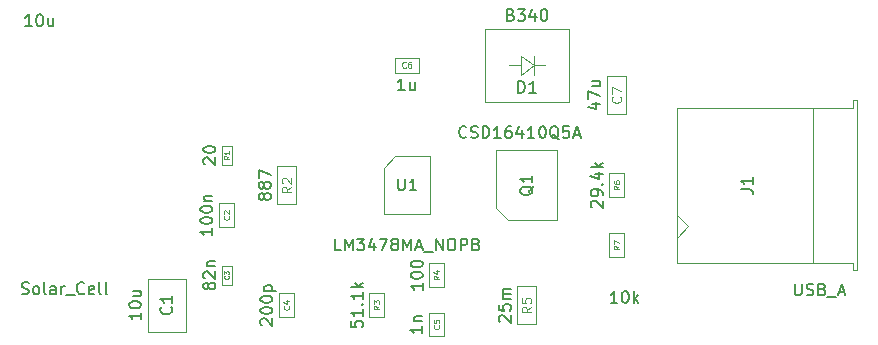
<source format=gbr>
%TF.GenerationSoftware,KiCad,Pcbnew,(6.0.4)*%
%TF.CreationDate,2022-04-27T22:38:45-07:00*%
%TF.ProjectId,SolarChargerV6,536f6c61-7243-4686-9172-67657256362e,rev?*%
%TF.SameCoordinates,Original*%
%TF.FileFunction,AssemblyDrawing,Top*%
%FSLAX46Y46*%
G04 Gerber Fmt 4.6, Leading zero omitted, Abs format (unit mm)*
G04 Created by KiCad (PCBNEW (6.0.4)) date 2022-04-27 22:38:45*
%MOMM*%
%LPD*%
G01*
G04 APERTURE LIST*
%ADD10C,0.150000*%
%ADD11C,0.060000*%
%ADD12C,0.080000*%
%ADD13C,0.120000*%
%ADD14C,0.100000*%
G04 APERTURE END LIST*
D10*
%TO.C,C3*%
X110210952Y-79763809D02*
X110163333Y-79859047D01*
X110115714Y-79906666D01*
X110020476Y-79954285D01*
X109972857Y-79954285D01*
X109877619Y-79906666D01*
X109830000Y-79859047D01*
X109782380Y-79763809D01*
X109782380Y-79573333D01*
X109830000Y-79478095D01*
X109877619Y-79430476D01*
X109972857Y-79382857D01*
X110020476Y-79382857D01*
X110115714Y-79430476D01*
X110163333Y-79478095D01*
X110210952Y-79573333D01*
X110210952Y-79763809D01*
X110258571Y-79859047D01*
X110306190Y-79906666D01*
X110401428Y-79954285D01*
X110591904Y-79954285D01*
X110687142Y-79906666D01*
X110734761Y-79859047D01*
X110782380Y-79763809D01*
X110782380Y-79573333D01*
X110734761Y-79478095D01*
X110687142Y-79430476D01*
X110591904Y-79382857D01*
X110401428Y-79382857D01*
X110306190Y-79430476D01*
X110258571Y-79478095D01*
X110210952Y-79573333D01*
X109877619Y-79001904D02*
X109830000Y-78954285D01*
X109782380Y-78859047D01*
X109782380Y-78620952D01*
X109830000Y-78525714D01*
X109877619Y-78478095D01*
X109972857Y-78430476D01*
X110068095Y-78430476D01*
X110210952Y-78478095D01*
X110782380Y-79049523D01*
X110782380Y-78430476D01*
X110115714Y-78001904D02*
X110782380Y-78001904D01*
X110210952Y-78001904D02*
X110163333Y-77954285D01*
X110115714Y-77859047D01*
X110115714Y-77716190D01*
X110163333Y-77620952D01*
X110258571Y-77573333D01*
X110782380Y-77573333D01*
D11*
X111902857Y-78806666D02*
X111921904Y-78825714D01*
X111940952Y-78882857D01*
X111940952Y-78920952D01*
X111921904Y-78978095D01*
X111883809Y-79016190D01*
X111845714Y-79035238D01*
X111769523Y-79054285D01*
X111712380Y-79054285D01*
X111636190Y-79035238D01*
X111598095Y-79016190D01*
X111560000Y-78978095D01*
X111540952Y-78920952D01*
X111540952Y-78882857D01*
X111560000Y-78825714D01*
X111579047Y-78806666D01*
X111540952Y-78673333D02*
X111540952Y-78425714D01*
X111693333Y-78559047D01*
X111693333Y-78501904D01*
X111712380Y-78463809D01*
X111731428Y-78444761D01*
X111769523Y-78425714D01*
X111864761Y-78425714D01*
X111902857Y-78444761D01*
X111921904Y-78463809D01*
X111940952Y-78501904D01*
X111940952Y-78616190D01*
X111921904Y-78654285D01*
X111902857Y-78673333D01*
D10*
%TO.C,C5*%
X128312380Y-83074166D02*
X128312380Y-83645595D01*
X128312380Y-83359880D02*
X127312380Y-83359880D01*
X127455238Y-83455119D01*
X127550476Y-83550357D01*
X127598095Y-83645595D01*
X127645714Y-82645595D02*
X128312380Y-82645595D01*
X127740952Y-82645595D02*
X127693333Y-82597976D01*
X127645714Y-82502738D01*
X127645714Y-82359880D01*
X127693333Y-82264642D01*
X127788571Y-82217023D01*
X128312380Y-82217023D01*
D12*
X129718571Y-82990833D02*
X129742380Y-83014642D01*
X129766190Y-83086071D01*
X129766190Y-83133690D01*
X129742380Y-83205119D01*
X129694761Y-83252738D01*
X129647142Y-83276547D01*
X129551904Y-83300357D01*
X129480476Y-83300357D01*
X129385238Y-83276547D01*
X129337619Y-83252738D01*
X129290000Y-83205119D01*
X129266190Y-83133690D01*
X129266190Y-83086071D01*
X129290000Y-83014642D01*
X129313809Y-82990833D01*
X129266190Y-82538452D02*
X129266190Y-82776547D01*
X129504285Y-82800357D01*
X129480476Y-82776547D01*
X129456666Y-82728928D01*
X129456666Y-82609880D01*
X129480476Y-82562261D01*
X129504285Y-82538452D01*
X129551904Y-82514642D01*
X129670952Y-82514642D01*
X129718571Y-82538452D01*
X129742380Y-82562261D01*
X129766190Y-82609880D01*
X129766190Y-82728928D01*
X129742380Y-82776547D01*
X129718571Y-82800357D01*
D10*
%TO.C,C4*%
X114707619Y-82970476D02*
X114660000Y-82922857D01*
X114612380Y-82827619D01*
X114612380Y-82589523D01*
X114660000Y-82494285D01*
X114707619Y-82446666D01*
X114802857Y-82399047D01*
X114898095Y-82399047D01*
X115040952Y-82446666D01*
X115612380Y-83018095D01*
X115612380Y-82399047D01*
X114612380Y-81780000D02*
X114612380Y-81684761D01*
X114660000Y-81589523D01*
X114707619Y-81541904D01*
X114802857Y-81494285D01*
X114993333Y-81446666D01*
X115231428Y-81446666D01*
X115421904Y-81494285D01*
X115517142Y-81541904D01*
X115564761Y-81589523D01*
X115612380Y-81684761D01*
X115612380Y-81780000D01*
X115564761Y-81875238D01*
X115517142Y-81922857D01*
X115421904Y-81970476D01*
X115231428Y-82018095D01*
X114993333Y-82018095D01*
X114802857Y-81970476D01*
X114707619Y-81922857D01*
X114660000Y-81875238D01*
X114612380Y-81780000D01*
X114612380Y-80827619D02*
X114612380Y-80732380D01*
X114660000Y-80637142D01*
X114707619Y-80589523D01*
X114802857Y-80541904D01*
X114993333Y-80494285D01*
X115231428Y-80494285D01*
X115421904Y-80541904D01*
X115517142Y-80589523D01*
X115564761Y-80637142D01*
X115612380Y-80732380D01*
X115612380Y-80827619D01*
X115564761Y-80922857D01*
X115517142Y-80970476D01*
X115421904Y-81018095D01*
X115231428Y-81065714D01*
X114993333Y-81065714D01*
X114802857Y-81018095D01*
X114707619Y-80970476D01*
X114660000Y-80922857D01*
X114612380Y-80827619D01*
X114945714Y-80065714D02*
X115945714Y-80065714D01*
X114993333Y-80065714D02*
X114945714Y-79970476D01*
X114945714Y-79780000D01*
X114993333Y-79684761D01*
X115040952Y-79637142D01*
X115136190Y-79589523D01*
X115421904Y-79589523D01*
X115517142Y-79637142D01*
X115564761Y-79684761D01*
X115612380Y-79780000D01*
X115612380Y-79970476D01*
X115564761Y-80065714D01*
D12*
X117018571Y-81363333D02*
X117042380Y-81387142D01*
X117066190Y-81458571D01*
X117066190Y-81506190D01*
X117042380Y-81577619D01*
X116994761Y-81625238D01*
X116947142Y-81649047D01*
X116851904Y-81672857D01*
X116780476Y-81672857D01*
X116685238Y-81649047D01*
X116637619Y-81625238D01*
X116590000Y-81577619D01*
X116566190Y-81506190D01*
X116566190Y-81458571D01*
X116590000Y-81387142D01*
X116613809Y-81363333D01*
X116732857Y-80934761D02*
X117066190Y-80934761D01*
X116542380Y-81053809D02*
X116899523Y-81172857D01*
X116899523Y-80863333D01*
D10*
%TO.C,C2*%
X110532380Y-74779047D02*
X110532380Y-75350476D01*
X110532380Y-75064761D02*
X109532380Y-75064761D01*
X109675238Y-75160000D01*
X109770476Y-75255238D01*
X109818095Y-75350476D01*
X109532380Y-74160000D02*
X109532380Y-74064761D01*
X109580000Y-73969523D01*
X109627619Y-73921904D01*
X109722857Y-73874285D01*
X109913333Y-73826666D01*
X110151428Y-73826666D01*
X110341904Y-73874285D01*
X110437142Y-73921904D01*
X110484761Y-73969523D01*
X110532380Y-74064761D01*
X110532380Y-74160000D01*
X110484761Y-74255238D01*
X110437142Y-74302857D01*
X110341904Y-74350476D01*
X110151428Y-74398095D01*
X109913333Y-74398095D01*
X109722857Y-74350476D01*
X109627619Y-74302857D01*
X109580000Y-74255238D01*
X109532380Y-74160000D01*
X109532380Y-73207619D02*
X109532380Y-73112380D01*
X109580000Y-73017142D01*
X109627619Y-72969523D01*
X109722857Y-72921904D01*
X109913333Y-72874285D01*
X110151428Y-72874285D01*
X110341904Y-72921904D01*
X110437142Y-72969523D01*
X110484761Y-73017142D01*
X110532380Y-73112380D01*
X110532380Y-73207619D01*
X110484761Y-73302857D01*
X110437142Y-73350476D01*
X110341904Y-73398095D01*
X110151428Y-73445714D01*
X109913333Y-73445714D01*
X109722857Y-73398095D01*
X109627619Y-73350476D01*
X109580000Y-73302857D01*
X109532380Y-73207619D01*
X109865714Y-72445714D02*
X110532380Y-72445714D01*
X109960952Y-72445714D02*
X109913333Y-72398095D01*
X109865714Y-72302857D01*
X109865714Y-72160000D01*
X109913333Y-72064761D01*
X110008571Y-72017142D01*
X110532380Y-72017142D01*
D12*
X111938571Y-73743333D02*
X111962380Y-73767142D01*
X111986190Y-73838571D01*
X111986190Y-73886190D01*
X111962380Y-73957619D01*
X111914761Y-74005238D01*
X111867142Y-74029047D01*
X111771904Y-74052857D01*
X111700476Y-74052857D01*
X111605238Y-74029047D01*
X111557619Y-74005238D01*
X111510000Y-73957619D01*
X111486190Y-73886190D01*
X111486190Y-73838571D01*
X111510000Y-73767142D01*
X111533809Y-73743333D01*
X111533809Y-73552857D02*
X111510000Y-73529047D01*
X111486190Y-73481428D01*
X111486190Y-73362380D01*
X111510000Y-73314761D01*
X111533809Y-73290952D01*
X111581428Y-73267142D01*
X111629047Y-73267142D01*
X111700476Y-73290952D01*
X111986190Y-73576666D01*
X111986190Y-73267142D01*
D10*
%TO.C,R6*%
X142677619Y-73000952D02*
X142630000Y-72953333D01*
X142582380Y-72858095D01*
X142582380Y-72620000D01*
X142630000Y-72524761D01*
X142677619Y-72477142D01*
X142772857Y-72429523D01*
X142868095Y-72429523D01*
X143010952Y-72477142D01*
X143582380Y-73048571D01*
X143582380Y-72429523D01*
X143582380Y-71953333D02*
X143582380Y-71762857D01*
X143534761Y-71667619D01*
X143487142Y-71620000D01*
X143344285Y-71524761D01*
X143153809Y-71477142D01*
X142772857Y-71477142D01*
X142677619Y-71524761D01*
X142630000Y-71572380D01*
X142582380Y-71667619D01*
X142582380Y-71858095D01*
X142630000Y-71953333D01*
X142677619Y-72000952D01*
X142772857Y-72048571D01*
X143010952Y-72048571D01*
X143106190Y-72000952D01*
X143153809Y-71953333D01*
X143201428Y-71858095D01*
X143201428Y-71667619D01*
X143153809Y-71572380D01*
X143106190Y-71524761D01*
X143010952Y-71477142D01*
X143487142Y-71048571D02*
X143534761Y-71000952D01*
X143582380Y-71048571D01*
X143534761Y-71096190D01*
X143487142Y-71048571D01*
X143582380Y-71048571D01*
X142915714Y-70143809D02*
X143582380Y-70143809D01*
X142534761Y-70381904D02*
X143249047Y-70620000D01*
X143249047Y-70000952D01*
X143582380Y-69620000D02*
X142582380Y-69620000D01*
X143201428Y-69524761D02*
X143582380Y-69239047D01*
X142915714Y-69239047D02*
X143296666Y-69620000D01*
D12*
X145006190Y-71203333D02*
X144768095Y-71370000D01*
X145006190Y-71489047D02*
X144506190Y-71489047D01*
X144506190Y-71298571D01*
X144530000Y-71250952D01*
X144553809Y-71227142D01*
X144601428Y-71203333D01*
X144672857Y-71203333D01*
X144720476Y-71227142D01*
X144744285Y-71250952D01*
X144768095Y-71298571D01*
X144768095Y-71489047D01*
X144506190Y-70774761D02*
X144506190Y-70870000D01*
X144530000Y-70917619D01*
X144553809Y-70941428D01*
X144625238Y-70989047D01*
X144720476Y-71012857D01*
X144910952Y-71012857D01*
X144958571Y-70989047D01*
X144982380Y-70965238D01*
X145006190Y-70917619D01*
X145006190Y-70822380D01*
X144982380Y-70774761D01*
X144958571Y-70750952D01*
X144910952Y-70727142D01*
X144791904Y-70727142D01*
X144744285Y-70750952D01*
X144720476Y-70774761D01*
X144696666Y-70822380D01*
X144696666Y-70917619D01*
X144720476Y-70965238D01*
X144744285Y-70989047D01*
X144791904Y-71012857D01*
D10*
%TO.C,R4*%
X128342380Y-79406666D02*
X128342380Y-79978095D01*
X128342380Y-79692380D02*
X127342380Y-79692380D01*
X127485238Y-79787619D01*
X127580476Y-79882857D01*
X127628095Y-79978095D01*
X127342380Y-78787619D02*
X127342380Y-78692380D01*
X127390000Y-78597142D01*
X127437619Y-78549523D01*
X127532857Y-78501904D01*
X127723333Y-78454285D01*
X127961428Y-78454285D01*
X128151904Y-78501904D01*
X128247142Y-78549523D01*
X128294761Y-78597142D01*
X128342380Y-78692380D01*
X128342380Y-78787619D01*
X128294761Y-78882857D01*
X128247142Y-78930476D01*
X128151904Y-78978095D01*
X127961428Y-79025714D01*
X127723333Y-79025714D01*
X127532857Y-78978095D01*
X127437619Y-78930476D01*
X127390000Y-78882857D01*
X127342380Y-78787619D01*
X127342380Y-77835238D02*
X127342380Y-77740000D01*
X127390000Y-77644761D01*
X127437619Y-77597142D01*
X127532857Y-77549523D01*
X127723333Y-77501904D01*
X127961428Y-77501904D01*
X128151904Y-77549523D01*
X128247142Y-77597142D01*
X128294761Y-77644761D01*
X128342380Y-77740000D01*
X128342380Y-77835238D01*
X128294761Y-77930476D01*
X128247142Y-77978095D01*
X128151904Y-78025714D01*
X127961428Y-78073333D01*
X127723333Y-78073333D01*
X127532857Y-78025714D01*
X127437619Y-77978095D01*
X127390000Y-77930476D01*
X127342380Y-77835238D01*
D12*
X129766190Y-78823333D02*
X129528095Y-78990000D01*
X129766190Y-79109047D02*
X129266190Y-79109047D01*
X129266190Y-78918571D01*
X129290000Y-78870952D01*
X129313809Y-78847142D01*
X129361428Y-78823333D01*
X129432857Y-78823333D01*
X129480476Y-78847142D01*
X129504285Y-78870952D01*
X129528095Y-78918571D01*
X129528095Y-79109047D01*
X129432857Y-78394761D02*
X129766190Y-78394761D01*
X129242380Y-78513809D02*
X129599523Y-78632857D01*
X129599523Y-78323333D01*
D10*
%TO.C,R3*%
X122262380Y-82637142D02*
X122262380Y-83113333D01*
X122738571Y-83160952D01*
X122690952Y-83113333D01*
X122643333Y-83018095D01*
X122643333Y-82780000D01*
X122690952Y-82684761D01*
X122738571Y-82637142D01*
X122833809Y-82589523D01*
X123071904Y-82589523D01*
X123167142Y-82637142D01*
X123214761Y-82684761D01*
X123262380Y-82780000D01*
X123262380Y-83018095D01*
X123214761Y-83113333D01*
X123167142Y-83160952D01*
X123262380Y-81637142D02*
X123262380Y-82208571D01*
X123262380Y-81922857D02*
X122262380Y-81922857D01*
X122405238Y-82018095D01*
X122500476Y-82113333D01*
X122548095Y-82208571D01*
X123167142Y-81208571D02*
X123214761Y-81160952D01*
X123262380Y-81208571D01*
X123214761Y-81256190D01*
X123167142Y-81208571D01*
X123262380Y-81208571D01*
X123262380Y-80208571D02*
X123262380Y-80780000D01*
X123262380Y-80494285D02*
X122262380Y-80494285D01*
X122405238Y-80589523D01*
X122500476Y-80684761D01*
X122548095Y-80780000D01*
X123262380Y-79780000D02*
X122262380Y-79780000D01*
X122881428Y-79684761D02*
X123262380Y-79399047D01*
X122595714Y-79399047D02*
X122976666Y-79780000D01*
D12*
X124686190Y-81363333D02*
X124448095Y-81530000D01*
X124686190Y-81649047D02*
X124186190Y-81649047D01*
X124186190Y-81458571D01*
X124210000Y-81410952D01*
X124233809Y-81387142D01*
X124281428Y-81363333D01*
X124352857Y-81363333D01*
X124400476Y-81387142D01*
X124424285Y-81410952D01*
X124448095Y-81458571D01*
X124448095Y-81649047D01*
X124186190Y-81196666D02*
X124186190Y-80887142D01*
X124376666Y-81053809D01*
X124376666Y-80982380D01*
X124400476Y-80934761D01*
X124424285Y-80910952D01*
X124471904Y-80887142D01*
X124590952Y-80887142D01*
X124638571Y-80910952D01*
X124662380Y-80934761D01*
X124686190Y-80982380D01*
X124686190Y-81125238D01*
X124662380Y-81172857D01*
X124638571Y-81196666D01*
D10*
%TO.C,SC1*%
X94404761Y-80304761D02*
X94547619Y-80352380D01*
X94785714Y-80352380D01*
X94880952Y-80304761D01*
X94928571Y-80257142D01*
X94976190Y-80161904D01*
X94976190Y-80066666D01*
X94928571Y-79971428D01*
X94880952Y-79923809D01*
X94785714Y-79876190D01*
X94595238Y-79828571D01*
X94500000Y-79780952D01*
X94452380Y-79733333D01*
X94404761Y-79638095D01*
X94404761Y-79542857D01*
X94452380Y-79447619D01*
X94500000Y-79400000D01*
X94595238Y-79352380D01*
X94833333Y-79352380D01*
X94976190Y-79400000D01*
X95547619Y-80352380D02*
X95452380Y-80304761D01*
X95404761Y-80257142D01*
X95357142Y-80161904D01*
X95357142Y-79876190D01*
X95404761Y-79780952D01*
X95452380Y-79733333D01*
X95547619Y-79685714D01*
X95690476Y-79685714D01*
X95785714Y-79733333D01*
X95833333Y-79780952D01*
X95880952Y-79876190D01*
X95880952Y-80161904D01*
X95833333Y-80257142D01*
X95785714Y-80304761D01*
X95690476Y-80352380D01*
X95547619Y-80352380D01*
X96452380Y-80352380D02*
X96357142Y-80304761D01*
X96309523Y-80209523D01*
X96309523Y-79352380D01*
X97261904Y-80352380D02*
X97261904Y-79828571D01*
X97214285Y-79733333D01*
X97119047Y-79685714D01*
X96928571Y-79685714D01*
X96833333Y-79733333D01*
X97261904Y-80304761D02*
X97166666Y-80352380D01*
X96928571Y-80352380D01*
X96833333Y-80304761D01*
X96785714Y-80209523D01*
X96785714Y-80114285D01*
X96833333Y-80019047D01*
X96928571Y-79971428D01*
X97166666Y-79971428D01*
X97261904Y-79923809D01*
X97738095Y-80352380D02*
X97738095Y-79685714D01*
X97738095Y-79876190D02*
X97785714Y-79780952D01*
X97833333Y-79733333D01*
X97928571Y-79685714D01*
X98023809Y-79685714D01*
X98119047Y-80447619D02*
X98880952Y-80447619D01*
X99690476Y-80257142D02*
X99642857Y-80304761D01*
X99500000Y-80352380D01*
X99404761Y-80352380D01*
X99261904Y-80304761D01*
X99166666Y-80209523D01*
X99119047Y-80114285D01*
X99071428Y-79923809D01*
X99071428Y-79780952D01*
X99119047Y-79590476D01*
X99166666Y-79495238D01*
X99261904Y-79400000D01*
X99404761Y-79352380D01*
X99500000Y-79352380D01*
X99642857Y-79400000D01*
X99690476Y-79447619D01*
X100500000Y-80304761D02*
X100404761Y-80352380D01*
X100214285Y-80352380D01*
X100119047Y-80304761D01*
X100071428Y-80209523D01*
X100071428Y-79828571D01*
X100119047Y-79733333D01*
X100214285Y-79685714D01*
X100404761Y-79685714D01*
X100500000Y-79733333D01*
X100547619Y-79828571D01*
X100547619Y-79923809D01*
X100071428Y-80019047D01*
X101119047Y-80352380D02*
X101023809Y-80304761D01*
X100976190Y-80209523D01*
X100976190Y-79352380D01*
X101642857Y-80352380D02*
X101547619Y-80304761D01*
X101500000Y-80209523D01*
X101500000Y-79352380D01*
%TO.C,D1*%
X135802857Y-56688571D02*
X135945714Y-56736190D01*
X135993333Y-56783809D01*
X136040952Y-56879047D01*
X136040952Y-57021904D01*
X135993333Y-57117142D01*
X135945714Y-57164761D01*
X135850476Y-57212380D01*
X135469523Y-57212380D01*
X135469523Y-56212380D01*
X135802857Y-56212380D01*
X135898095Y-56260000D01*
X135945714Y-56307619D01*
X135993333Y-56402857D01*
X135993333Y-56498095D01*
X135945714Y-56593333D01*
X135898095Y-56640952D01*
X135802857Y-56688571D01*
X135469523Y-56688571D01*
X136374285Y-56212380D02*
X136993333Y-56212380D01*
X136660000Y-56593333D01*
X136802857Y-56593333D01*
X136898095Y-56640952D01*
X136945714Y-56688571D01*
X136993333Y-56783809D01*
X136993333Y-57021904D01*
X136945714Y-57117142D01*
X136898095Y-57164761D01*
X136802857Y-57212380D01*
X136517142Y-57212380D01*
X136421904Y-57164761D01*
X136374285Y-57117142D01*
X137850476Y-56545714D02*
X137850476Y-57212380D01*
X137612380Y-56164761D02*
X137374285Y-56879047D01*
X137993333Y-56879047D01*
X138564761Y-56212380D02*
X138660000Y-56212380D01*
X138755238Y-56260000D01*
X138802857Y-56307619D01*
X138850476Y-56402857D01*
X138898095Y-56593333D01*
X138898095Y-56831428D01*
X138850476Y-57021904D01*
X138802857Y-57117142D01*
X138755238Y-57164761D01*
X138660000Y-57212380D01*
X138564761Y-57212380D01*
X138469523Y-57164761D01*
X138421904Y-57117142D01*
X138374285Y-57021904D01*
X138326666Y-56831428D01*
X138326666Y-56593333D01*
X138374285Y-56402857D01*
X138421904Y-56307619D01*
X138469523Y-56260000D01*
X138564761Y-56212380D01*
X136421904Y-63312380D02*
X136421904Y-62312380D01*
X136660000Y-62312380D01*
X136802857Y-62360000D01*
X136898095Y-62455238D01*
X136945714Y-62550476D01*
X136993333Y-62740952D01*
X136993333Y-62883809D01*
X136945714Y-63074285D01*
X136898095Y-63169523D01*
X136802857Y-63264761D01*
X136660000Y-63312380D01*
X136421904Y-63312380D01*
X137945714Y-63312380D02*
X137374285Y-63312380D01*
X137660000Y-63312380D02*
X137660000Y-62312380D01*
X137564761Y-62455238D01*
X137469523Y-62550476D01*
X137374285Y-62598095D01*
%TO.C,U1*%
X121404761Y-76652380D02*
X120928571Y-76652380D01*
X120928571Y-75652380D01*
X121738095Y-76652380D02*
X121738095Y-75652380D01*
X122071428Y-76366666D01*
X122404761Y-75652380D01*
X122404761Y-76652380D01*
X122785714Y-75652380D02*
X123404761Y-75652380D01*
X123071428Y-76033333D01*
X123214285Y-76033333D01*
X123309523Y-76080952D01*
X123357142Y-76128571D01*
X123404761Y-76223809D01*
X123404761Y-76461904D01*
X123357142Y-76557142D01*
X123309523Y-76604761D01*
X123214285Y-76652380D01*
X122928571Y-76652380D01*
X122833333Y-76604761D01*
X122785714Y-76557142D01*
X124261904Y-75985714D02*
X124261904Y-76652380D01*
X124023809Y-75604761D02*
X123785714Y-76319047D01*
X124404761Y-76319047D01*
X124690476Y-75652380D02*
X125357142Y-75652380D01*
X124928571Y-76652380D01*
X125880952Y-76080952D02*
X125785714Y-76033333D01*
X125738095Y-75985714D01*
X125690476Y-75890476D01*
X125690476Y-75842857D01*
X125738095Y-75747619D01*
X125785714Y-75700000D01*
X125880952Y-75652380D01*
X126071428Y-75652380D01*
X126166666Y-75700000D01*
X126214285Y-75747619D01*
X126261904Y-75842857D01*
X126261904Y-75890476D01*
X126214285Y-75985714D01*
X126166666Y-76033333D01*
X126071428Y-76080952D01*
X125880952Y-76080952D01*
X125785714Y-76128571D01*
X125738095Y-76176190D01*
X125690476Y-76271428D01*
X125690476Y-76461904D01*
X125738095Y-76557142D01*
X125785714Y-76604761D01*
X125880952Y-76652380D01*
X126071428Y-76652380D01*
X126166666Y-76604761D01*
X126214285Y-76557142D01*
X126261904Y-76461904D01*
X126261904Y-76271428D01*
X126214285Y-76176190D01*
X126166666Y-76128571D01*
X126071428Y-76080952D01*
X126690476Y-76652380D02*
X126690476Y-75652380D01*
X127023809Y-76366666D01*
X127357142Y-75652380D01*
X127357142Y-76652380D01*
X127785714Y-76366666D02*
X128261904Y-76366666D01*
X127690476Y-76652380D02*
X128023809Y-75652380D01*
X128357142Y-76652380D01*
X128452380Y-76747619D02*
X129214285Y-76747619D01*
X129452380Y-76652380D02*
X129452380Y-75652380D01*
X130023809Y-76652380D01*
X130023809Y-75652380D01*
X130690476Y-75652380D02*
X130880952Y-75652380D01*
X130976190Y-75700000D01*
X131071428Y-75795238D01*
X131119047Y-75985714D01*
X131119047Y-76319047D01*
X131071428Y-76509523D01*
X130976190Y-76604761D01*
X130880952Y-76652380D01*
X130690476Y-76652380D01*
X130595238Y-76604761D01*
X130500000Y-76509523D01*
X130452380Y-76319047D01*
X130452380Y-75985714D01*
X130500000Y-75795238D01*
X130595238Y-75700000D01*
X130690476Y-75652380D01*
X131547619Y-76652380D02*
X131547619Y-75652380D01*
X131928571Y-75652380D01*
X132023809Y-75700000D01*
X132071428Y-75747619D01*
X132119047Y-75842857D01*
X132119047Y-75985714D01*
X132071428Y-76080952D01*
X132023809Y-76128571D01*
X131928571Y-76176190D01*
X131547619Y-76176190D01*
X132880952Y-76128571D02*
X133023809Y-76176190D01*
X133071428Y-76223809D01*
X133119047Y-76319047D01*
X133119047Y-76461904D01*
X133071428Y-76557142D01*
X133023809Y-76604761D01*
X132928571Y-76652380D01*
X132547619Y-76652380D01*
X132547619Y-75652380D01*
X132880952Y-75652380D01*
X132976190Y-75700000D01*
X133023809Y-75747619D01*
X133071428Y-75842857D01*
X133071428Y-75938095D01*
X133023809Y-76033333D01*
X132976190Y-76080952D01*
X132880952Y-76128571D01*
X132547619Y-76128571D01*
X126253333Y-70583333D02*
X126253333Y-71376666D01*
X126300000Y-71470000D01*
X126346666Y-71516666D01*
X126440000Y-71563333D01*
X126626666Y-71563333D01*
X126720000Y-71516666D01*
X126766666Y-71470000D01*
X126813333Y-71376666D01*
X126813333Y-70583333D01*
X127793333Y-71563333D02*
X127233333Y-71563333D01*
X127513333Y-71563333D02*
X127513333Y-70583333D01*
X127420000Y-70723333D01*
X127326666Y-70816666D01*
X127233333Y-70863333D01*
%TO.C,L1*%
X95257142Y-57652380D02*
X94685714Y-57652380D01*
X94971428Y-57652380D02*
X94971428Y-56652380D01*
X94876190Y-56795238D01*
X94780952Y-56890476D01*
X94685714Y-56938095D01*
X95876190Y-56652380D02*
X95971428Y-56652380D01*
X96066666Y-56700000D01*
X96114285Y-56747619D01*
X96161904Y-56842857D01*
X96209523Y-57033333D01*
X96209523Y-57271428D01*
X96161904Y-57461904D01*
X96114285Y-57557142D01*
X96066666Y-57604761D01*
X95971428Y-57652380D01*
X95876190Y-57652380D01*
X95780952Y-57604761D01*
X95733333Y-57557142D01*
X95685714Y-57461904D01*
X95638095Y-57271428D01*
X95638095Y-57033333D01*
X95685714Y-56842857D01*
X95733333Y-56747619D01*
X95780952Y-56700000D01*
X95876190Y-56652380D01*
X97066666Y-56985714D02*
X97066666Y-57652380D01*
X96638095Y-56985714D02*
X96638095Y-57509523D01*
X96685714Y-57604761D01*
X96780952Y-57652380D01*
X96923809Y-57652380D01*
X97019047Y-57604761D01*
X97066666Y-57557142D01*
%TO.C,R2*%
X114900952Y-72167619D02*
X114853333Y-72262857D01*
X114805714Y-72310476D01*
X114710476Y-72358095D01*
X114662857Y-72358095D01*
X114567619Y-72310476D01*
X114520000Y-72262857D01*
X114472380Y-72167619D01*
X114472380Y-71977142D01*
X114520000Y-71881904D01*
X114567619Y-71834285D01*
X114662857Y-71786666D01*
X114710476Y-71786666D01*
X114805714Y-71834285D01*
X114853333Y-71881904D01*
X114900952Y-71977142D01*
X114900952Y-72167619D01*
X114948571Y-72262857D01*
X114996190Y-72310476D01*
X115091428Y-72358095D01*
X115281904Y-72358095D01*
X115377142Y-72310476D01*
X115424761Y-72262857D01*
X115472380Y-72167619D01*
X115472380Y-71977142D01*
X115424761Y-71881904D01*
X115377142Y-71834285D01*
X115281904Y-71786666D01*
X115091428Y-71786666D01*
X114996190Y-71834285D01*
X114948571Y-71881904D01*
X114900952Y-71977142D01*
X114900952Y-71215238D02*
X114853333Y-71310476D01*
X114805714Y-71358095D01*
X114710476Y-71405714D01*
X114662857Y-71405714D01*
X114567619Y-71358095D01*
X114520000Y-71310476D01*
X114472380Y-71215238D01*
X114472380Y-71024761D01*
X114520000Y-70929523D01*
X114567619Y-70881904D01*
X114662857Y-70834285D01*
X114710476Y-70834285D01*
X114805714Y-70881904D01*
X114853333Y-70929523D01*
X114900952Y-71024761D01*
X114900952Y-71215238D01*
X114948571Y-71310476D01*
X114996190Y-71358095D01*
X115091428Y-71405714D01*
X115281904Y-71405714D01*
X115377142Y-71358095D01*
X115424761Y-71310476D01*
X115472380Y-71215238D01*
X115472380Y-71024761D01*
X115424761Y-70929523D01*
X115377142Y-70881904D01*
X115281904Y-70834285D01*
X115091428Y-70834285D01*
X114996190Y-70881904D01*
X114948571Y-70929523D01*
X114900952Y-71024761D01*
X114472380Y-70500952D02*
X114472380Y-69834285D01*
X115472380Y-70262857D01*
D13*
X117201904Y-71253333D02*
X116820952Y-71520000D01*
X117201904Y-71710476D02*
X116401904Y-71710476D01*
X116401904Y-71405714D01*
X116440000Y-71329523D01*
X116478095Y-71291428D01*
X116554285Y-71253333D01*
X116668571Y-71253333D01*
X116744761Y-71291428D01*
X116782857Y-71329523D01*
X116820952Y-71405714D01*
X116820952Y-71710476D01*
X116478095Y-70948571D02*
X116440000Y-70910476D01*
X116401904Y-70834285D01*
X116401904Y-70643809D01*
X116440000Y-70567619D01*
X116478095Y-70529523D01*
X116554285Y-70491428D01*
X116630476Y-70491428D01*
X116744761Y-70529523D01*
X117201904Y-70986666D01*
X117201904Y-70491428D01*
D10*
%TO.C,C6*%
X126833333Y-63092380D02*
X126261904Y-63092380D01*
X126547619Y-63092380D02*
X126547619Y-62092380D01*
X126452380Y-62235238D01*
X126357142Y-62330476D01*
X126261904Y-62378095D01*
X127690476Y-62425714D02*
X127690476Y-63092380D01*
X127261904Y-62425714D02*
X127261904Y-62949523D01*
X127309523Y-63044761D01*
X127404761Y-63092380D01*
X127547619Y-63092380D01*
X127642857Y-63044761D01*
X127690476Y-62997142D01*
D12*
X126916666Y-61138571D02*
X126892857Y-61162380D01*
X126821428Y-61186190D01*
X126773809Y-61186190D01*
X126702380Y-61162380D01*
X126654761Y-61114761D01*
X126630952Y-61067142D01*
X126607142Y-60971904D01*
X126607142Y-60900476D01*
X126630952Y-60805238D01*
X126654761Y-60757619D01*
X126702380Y-60710000D01*
X126773809Y-60686190D01*
X126821428Y-60686190D01*
X126892857Y-60710000D01*
X126916666Y-60733809D01*
X127345238Y-60686190D02*
X127250000Y-60686190D01*
X127202380Y-60710000D01*
X127178571Y-60733809D01*
X127130952Y-60805238D01*
X127107142Y-60900476D01*
X127107142Y-61090952D01*
X127130952Y-61138571D01*
X127154761Y-61162380D01*
X127202380Y-61186190D01*
X127297619Y-61186190D01*
X127345238Y-61162380D01*
X127369047Y-61138571D01*
X127392857Y-61090952D01*
X127392857Y-60971904D01*
X127369047Y-60924285D01*
X127345238Y-60900476D01*
X127297619Y-60876666D01*
X127202380Y-60876666D01*
X127154761Y-60900476D01*
X127130952Y-60924285D01*
X127107142Y-60971904D01*
D10*
%TO.C,R1*%
X109877619Y-69341904D02*
X109830000Y-69294285D01*
X109782380Y-69199047D01*
X109782380Y-68960952D01*
X109830000Y-68865714D01*
X109877619Y-68818095D01*
X109972857Y-68770476D01*
X110068095Y-68770476D01*
X110210952Y-68818095D01*
X110782380Y-69389523D01*
X110782380Y-68770476D01*
X109782380Y-68151428D02*
X109782380Y-68056190D01*
X109830000Y-67960952D01*
X109877619Y-67913333D01*
X109972857Y-67865714D01*
X110163333Y-67818095D01*
X110401428Y-67818095D01*
X110591904Y-67865714D01*
X110687142Y-67913333D01*
X110734761Y-67960952D01*
X110782380Y-68056190D01*
X110782380Y-68151428D01*
X110734761Y-68246666D01*
X110687142Y-68294285D01*
X110591904Y-68341904D01*
X110401428Y-68389523D01*
X110163333Y-68389523D01*
X109972857Y-68341904D01*
X109877619Y-68294285D01*
X109830000Y-68246666D01*
X109782380Y-68151428D01*
D11*
X111940952Y-68646666D02*
X111750476Y-68780000D01*
X111940952Y-68875238D02*
X111540952Y-68875238D01*
X111540952Y-68722857D01*
X111560000Y-68684761D01*
X111579047Y-68665714D01*
X111617142Y-68646666D01*
X111674285Y-68646666D01*
X111712380Y-68665714D01*
X111731428Y-68684761D01*
X111750476Y-68722857D01*
X111750476Y-68875238D01*
X111940952Y-68265714D02*
X111940952Y-68494285D01*
X111940952Y-68380000D02*
X111540952Y-68380000D01*
X111598095Y-68418095D01*
X111636190Y-68456190D01*
X111655238Y-68494285D01*
D10*
%TO.C,C1*%
X104482380Y-81922857D02*
X104482380Y-82494285D01*
X104482380Y-82208571D02*
X103482380Y-82208571D01*
X103625238Y-82303809D01*
X103720476Y-82399047D01*
X103768095Y-82494285D01*
X103482380Y-81303809D02*
X103482380Y-81208571D01*
X103530000Y-81113333D01*
X103577619Y-81065714D01*
X103672857Y-81018095D01*
X103863333Y-80970476D01*
X104101428Y-80970476D01*
X104291904Y-81018095D01*
X104387142Y-81065714D01*
X104434761Y-81113333D01*
X104482380Y-81208571D01*
X104482380Y-81303809D01*
X104434761Y-81399047D01*
X104387142Y-81446666D01*
X104291904Y-81494285D01*
X104101428Y-81541904D01*
X103863333Y-81541904D01*
X103672857Y-81494285D01*
X103577619Y-81446666D01*
X103530000Y-81399047D01*
X103482380Y-81303809D01*
X103815714Y-80113333D02*
X104482380Y-80113333D01*
X103815714Y-80541904D02*
X104339523Y-80541904D01*
X104434761Y-80494285D01*
X104482380Y-80399047D01*
X104482380Y-80256190D01*
X104434761Y-80160952D01*
X104387142Y-80113333D01*
X107037142Y-81446666D02*
X107084761Y-81494285D01*
X107132380Y-81637142D01*
X107132380Y-81732380D01*
X107084761Y-81875238D01*
X106989523Y-81970476D01*
X106894285Y-82018095D01*
X106703809Y-82065714D01*
X106560952Y-82065714D01*
X106370476Y-82018095D01*
X106275238Y-81970476D01*
X106180000Y-81875238D01*
X106132380Y-81732380D01*
X106132380Y-81637142D01*
X106180000Y-81494285D01*
X106227619Y-81446666D01*
X107132380Y-80494285D02*
X107132380Y-81065714D01*
X107132380Y-80780000D02*
X106132380Y-80780000D01*
X106275238Y-80875238D01*
X106370476Y-80970476D01*
X106418095Y-81065714D01*
%TO.C,R7*%
X144819761Y-81097380D02*
X144248333Y-81097380D01*
X144534047Y-81097380D02*
X144534047Y-80097380D01*
X144438809Y-80240238D01*
X144343571Y-80335476D01*
X144248333Y-80383095D01*
X145438809Y-80097380D02*
X145534047Y-80097380D01*
X145629285Y-80145000D01*
X145676904Y-80192619D01*
X145724523Y-80287857D01*
X145772142Y-80478333D01*
X145772142Y-80716428D01*
X145724523Y-80906904D01*
X145676904Y-81002142D01*
X145629285Y-81049761D01*
X145534047Y-81097380D01*
X145438809Y-81097380D01*
X145343571Y-81049761D01*
X145295952Y-81002142D01*
X145248333Y-80906904D01*
X145200714Y-80716428D01*
X145200714Y-80478333D01*
X145248333Y-80287857D01*
X145295952Y-80192619D01*
X145343571Y-80145000D01*
X145438809Y-80097380D01*
X146200714Y-81097380D02*
X146200714Y-80097380D01*
X146295952Y-80716428D02*
X146581666Y-81097380D01*
X146581666Y-80430714D02*
X146200714Y-80811666D01*
D12*
X145006190Y-76283333D02*
X144768095Y-76450000D01*
X145006190Y-76569047D02*
X144506190Y-76569047D01*
X144506190Y-76378571D01*
X144530000Y-76330952D01*
X144553809Y-76307142D01*
X144601428Y-76283333D01*
X144672857Y-76283333D01*
X144720476Y-76307142D01*
X144744285Y-76330952D01*
X144768095Y-76378571D01*
X144768095Y-76569047D01*
X144506190Y-76116666D02*
X144506190Y-75783333D01*
X145006190Y-75997619D01*
D10*
%TO.C,Q1*%
X132048809Y-67032142D02*
X132001190Y-67079761D01*
X131858333Y-67127380D01*
X131763095Y-67127380D01*
X131620238Y-67079761D01*
X131525000Y-66984523D01*
X131477380Y-66889285D01*
X131429761Y-66698809D01*
X131429761Y-66555952D01*
X131477380Y-66365476D01*
X131525000Y-66270238D01*
X131620238Y-66175000D01*
X131763095Y-66127380D01*
X131858333Y-66127380D01*
X132001190Y-66175000D01*
X132048809Y-66222619D01*
X132429761Y-67079761D02*
X132572619Y-67127380D01*
X132810714Y-67127380D01*
X132905952Y-67079761D01*
X132953571Y-67032142D01*
X133001190Y-66936904D01*
X133001190Y-66841666D01*
X132953571Y-66746428D01*
X132905952Y-66698809D01*
X132810714Y-66651190D01*
X132620238Y-66603571D01*
X132525000Y-66555952D01*
X132477380Y-66508333D01*
X132429761Y-66413095D01*
X132429761Y-66317857D01*
X132477380Y-66222619D01*
X132525000Y-66175000D01*
X132620238Y-66127380D01*
X132858333Y-66127380D01*
X133001190Y-66175000D01*
X133429761Y-67127380D02*
X133429761Y-66127380D01*
X133667857Y-66127380D01*
X133810714Y-66175000D01*
X133905952Y-66270238D01*
X133953571Y-66365476D01*
X134001190Y-66555952D01*
X134001190Y-66698809D01*
X133953571Y-66889285D01*
X133905952Y-66984523D01*
X133810714Y-67079761D01*
X133667857Y-67127380D01*
X133429761Y-67127380D01*
X134953571Y-67127380D02*
X134382142Y-67127380D01*
X134667857Y-67127380D02*
X134667857Y-66127380D01*
X134572619Y-66270238D01*
X134477380Y-66365476D01*
X134382142Y-66413095D01*
X135810714Y-66127380D02*
X135620238Y-66127380D01*
X135525000Y-66175000D01*
X135477380Y-66222619D01*
X135382142Y-66365476D01*
X135334523Y-66555952D01*
X135334523Y-66936904D01*
X135382142Y-67032142D01*
X135429761Y-67079761D01*
X135525000Y-67127380D01*
X135715476Y-67127380D01*
X135810714Y-67079761D01*
X135858333Y-67032142D01*
X135905952Y-66936904D01*
X135905952Y-66698809D01*
X135858333Y-66603571D01*
X135810714Y-66555952D01*
X135715476Y-66508333D01*
X135525000Y-66508333D01*
X135429761Y-66555952D01*
X135382142Y-66603571D01*
X135334523Y-66698809D01*
X136763095Y-66460714D02*
X136763095Y-67127380D01*
X136525000Y-66079761D02*
X136286904Y-66794047D01*
X136905952Y-66794047D01*
X137810714Y-67127380D02*
X137239285Y-67127380D01*
X137525000Y-67127380D02*
X137525000Y-66127380D01*
X137429761Y-66270238D01*
X137334523Y-66365476D01*
X137239285Y-66413095D01*
X138429761Y-66127380D02*
X138525000Y-66127380D01*
X138620238Y-66175000D01*
X138667857Y-66222619D01*
X138715476Y-66317857D01*
X138763095Y-66508333D01*
X138763095Y-66746428D01*
X138715476Y-66936904D01*
X138667857Y-67032142D01*
X138620238Y-67079761D01*
X138525000Y-67127380D01*
X138429761Y-67127380D01*
X138334523Y-67079761D01*
X138286904Y-67032142D01*
X138239285Y-66936904D01*
X138191666Y-66746428D01*
X138191666Y-66508333D01*
X138239285Y-66317857D01*
X138286904Y-66222619D01*
X138334523Y-66175000D01*
X138429761Y-66127380D01*
X139858333Y-67222619D02*
X139763095Y-67175000D01*
X139667857Y-67079761D01*
X139525000Y-66936904D01*
X139429761Y-66889285D01*
X139334523Y-66889285D01*
X139382142Y-67127380D02*
X139286904Y-67079761D01*
X139191666Y-66984523D01*
X139144047Y-66794047D01*
X139144047Y-66460714D01*
X139191666Y-66270238D01*
X139286904Y-66175000D01*
X139382142Y-66127380D01*
X139572619Y-66127380D01*
X139667857Y-66175000D01*
X139763095Y-66270238D01*
X139810714Y-66460714D01*
X139810714Y-66794047D01*
X139763095Y-66984523D01*
X139667857Y-67079761D01*
X139572619Y-67127380D01*
X139382142Y-67127380D01*
X140715476Y-66127380D02*
X140239285Y-66127380D01*
X140191666Y-66603571D01*
X140239285Y-66555952D01*
X140334523Y-66508333D01*
X140572619Y-66508333D01*
X140667857Y-66555952D01*
X140715476Y-66603571D01*
X140763095Y-66698809D01*
X140763095Y-66936904D01*
X140715476Y-67032142D01*
X140667857Y-67079761D01*
X140572619Y-67127380D01*
X140334523Y-67127380D01*
X140239285Y-67079761D01*
X140191666Y-67032142D01*
X141144047Y-66841666D02*
X141620238Y-66841666D01*
X141048809Y-67127380D02*
X141382142Y-66127380D01*
X141715476Y-67127380D01*
X137707619Y-71215238D02*
X137660000Y-71310476D01*
X137564761Y-71405714D01*
X137421904Y-71548571D01*
X137374285Y-71643809D01*
X137374285Y-71739047D01*
X137612380Y-71691428D02*
X137564761Y-71786666D01*
X137469523Y-71881904D01*
X137279047Y-71929523D01*
X136945714Y-71929523D01*
X136755238Y-71881904D01*
X136660000Y-71786666D01*
X136612380Y-71691428D01*
X136612380Y-71500952D01*
X136660000Y-71405714D01*
X136755238Y-71310476D01*
X136945714Y-71262857D01*
X137279047Y-71262857D01*
X137469523Y-71310476D01*
X137564761Y-71405714D01*
X137612380Y-71500952D01*
X137612380Y-71691428D01*
X137612380Y-70310476D02*
X137612380Y-70881904D01*
X137612380Y-70596190D02*
X136612380Y-70596190D01*
X136755238Y-70691428D01*
X136850476Y-70786666D01*
X136898095Y-70881904D01*
%TO.C,J1*%
X159853571Y-79462380D02*
X159853571Y-80271904D01*
X159901190Y-80367142D01*
X159948809Y-80414761D01*
X160044047Y-80462380D01*
X160234523Y-80462380D01*
X160329761Y-80414761D01*
X160377380Y-80367142D01*
X160425000Y-80271904D01*
X160425000Y-79462380D01*
X160853571Y-80414761D02*
X160996428Y-80462380D01*
X161234523Y-80462380D01*
X161329761Y-80414761D01*
X161377380Y-80367142D01*
X161425000Y-80271904D01*
X161425000Y-80176666D01*
X161377380Y-80081428D01*
X161329761Y-80033809D01*
X161234523Y-79986190D01*
X161044047Y-79938571D01*
X160948809Y-79890952D01*
X160901190Y-79843333D01*
X160853571Y-79748095D01*
X160853571Y-79652857D01*
X160901190Y-79557619D01*
X160948809Y-79510000D01*
X161044047Y-79462380D01*
X161282142Y-79462380D01*
X161425000Y-79510000D01*
X162186904Y-79938571D02*
X162329761Y-79986190D01*
X162377380Y-80033809D01*
X162425000Y-80129047D01*
X162425000Y-80271904D01*
X162377380Y-80367142D01*
X162329761Y-80414761D01*
X162234523Y-80462380D01*
X161853571Y-80462380D01*
X161853571Y-79462380D01*
X162186904Y-79462380D01*
X162282142Y-79510000D01*
X162329761Y-79557619D01*
X162377380Y-79652857D01*
X162377380Y-79748095D01*
X162329761Y-79843333D01*
X162282142Y-79890952D01*
X162186904Y-79938571D01*
X161853571Y-79938571D01*
X162615476Y-80557619D02*
X163377380Y-80557619D01*
X163567857Y-80176666D02*
X164044047Y-80176666D01*
X163472619Y-80462380D02*
X163805952Y-79462380D01*
X164139285Y-80462380D01*
X155272380Y-71453333D02*
X155986666Y-71453333D01*
X156129523Y-71500952D01*
X156224761Y-71596190D01*
X156272380Y-71739047D01*
X156272380Y-71834285D01*
X156272380Y-70453333D02*
X156272380Y-71024761D01*
X156272380Y-70739047D02*
X155272380Y-70739047D01*
X155415238Y-70834285D01*
X155510476Y-70929523D01*
X155558095Y-71024761D01*
%TO.C,C7*%
X142715714Y-64238095D02*
X143382380Y-64238095D01*
X142334761Y-64476190D02*
X143049047Y-64714285D01*
X143049047Y-64095238D01*
X142382380Y-63809523D02*
X142382380Y-63142857D01*
X143382380Y-63571428D01*
X142715714Y-62333333D02*
X143382380Y-62333333D01*
X142715714Y-62761904D02*
X143239523Y-62761904D01*
X143334761Y-62714285D01*
X143382380Y-62619047D01*
X143382380Y-62476190D01*
X143334761Y-62380952D01*
X143287142Y-62333333D01*
D13*
X145065714Y-63633333D02*
X145103809Y-63671428D01*
X145141904Y-63785714D01*
X145141904Y-63861904D01*
X145103809Y-63976190D01*
X145027619Y-64052380D01*
X144951428Y-64090476D01*
X144799047Y-64128571D01*
X144684761Y-64128571D01*
X144532380Y-64090476D01*
X144456190Y-64052380D01*
X144380000Y-63976190D01*
X144341904Y-63861904D01*
X144341904Y-63785714D01*
X144380000Y-63671428D01*
X144418095Y-63633333D01*
X144341904Y-63366666D02*
X144341904Y-62833333D01*
X145141904Y-63176190D01*
D10*
%TO.C,R5*%
X134887619Y-82708571D02*
X134840000Y-82660952D01*
X134792380Y-82565714D01*
X134792380Y-82327619D01*
X134840000Y-82232380D01*
X134887619Y-82184761D01*
X134982857Y-82137142D01*
X135078095Y-82137142D01*
X135220952Y-82184761D01*
X135792380Y-82756190D01*
X135792380Y-82137142D01*
X134792380Y-81232380D02*
X134792380Y-81708571D01*
X135268571Y-81756190D01*
X135220952Y-81708571D01*
X135173333Y-81613333D01*
X135173333Y-81375238D01*
X135220952Y-81280000D01*
X135268571Y-81232380D01*
X135363809Y-81184761D01*
X135601904Y-81184761D01*
X135697142Y-81232380D01*
X135744761Y-81280000D01*
X135792380Y-81375238D01*
X135792380Y-81613333D01*
X135744761Y-81708571D01*
X135697142Y-81756190D01*
X135792380Y-80756190D02*
X135125714Y-80756190D01*
X135220952Y-80756190D02*
X135173333Y-80708571D01*
X135125714Y-80613333D01*
X135125714Y-80470476D01*
X135173333Y-80375238D01*
X135268571Y-80327619D01*
X135792380Y-80327619D01*
X135268571Y-80327619D02*
X135173333Y-80280000D01*
X135125714Y-80184761D01*
X135125714Y-80041904D01*
X135173333Y-79946666D01*
X135268571Y-79899047D01*
X135792380Y-79899047D01*
D13*
X137521904Y-81413333D02*
X137140952Y-81680000D01*
X137521904Y-81870476D02*
X136721904Y-81870476D01*
X136721904Y-81565714D01*
X136760000Y-81489523D01*
X136798095Y-81451428D01*
X136874285Y-81413333D01*
X136988571Y-81413333D01*
X137064761Y-81451428D01*
X137102857Y-81489523D01*
X137140952Y-81565714D01*
X137140952Y-81870476D01*
X136721904Y-80689523D02*
X136721904Y-81070476D01*
X137102857Y-81108571D01*
X137064761Y-81070476D01*
X137026666Y-80994285D01*
X137026666Y-80803809D01*
X137064761Y-80727619D01*
X137102857Y-80689523D01*
X137179047Y-80651428D01*
X137369523Y-80651428D01*
X137445714Y-80689523D01*
X137483809Y-80727619D01*
X137521904Y-80803809D01*
X137521904Y-80994285D01*
X137483809Y-81070476D01*
X137445714Y-81108571D01*
D14*
%TO.C,C3*%
X112160000Y-77940000D02*
X112160000Y-79540000D01*
X112160000Y-79540000D02*
X111360000Y-79540000D01*
X111360000Y-79540000D02*
X111360000Y-77940000D01*
X111360000Y-77940000D02*
X112160000Y-77940000D01*
%TO.C,C5*%
X130165000Y-81907500D02*
X130165000Y-83907500D01*
X128915000Y-81907500D02*
X130165000Y-81907500D01*
X128915000Y-83907500D02*
X128915000Y-81907500D01*
X130165000Y-83907500D02*
X128915000Y-83907500D01*
%TO.C,C4*%
X117465000Y-80280000D02*
X117465000Y-82280000D01*
X116215000Y-80280000D02*
X117465000Y-80280000D01*
X116215000Y-82280000D02*
X116215000Y-80280000D01*
X117465000Y-82280000D02*
X116215000Y-82280000D01*
%TO.C,C2*%
X112385000Y-72660000D02*
X112385000Y-74660000D01*
X111135000Y-72660000D02*
X112385000Y-72660000D01*
X111135000Y-74660000D02*
X111135000Y-72660000D01*
X112385000Y-74660000D02*
X111135000Y-74660000D01*
%TO.C,R6*%
X144155000Y-70120000D02*
X145405000Y-70120000D01*
X144155000Y-72120000D02*
X144155000Y-70120000D01*
X145405000Y-72120000D02*
X144155000Y-72120000D01*
X145405000Y-70120000D02*
X145405000Y-72120000D01*
%TO.C,R4*%
X128915000Y-77740000D02*
X130165000Y-77740000D01*
X128915000Y-79740000D02*
X128915000Y-77740000D01*
X130165000Y-79740000D02*
X128915000Y-79740000D01*
X130165000Y-77740000D02*
X130165000Y-79740000D01*
%TO.C,R3*%
X123835000Y-80280000D02*
X125085000Y-80280000D01*
X123835000Y-82280000D02*
X123835000Y-80280000D01*
X125085000Y-82280000D02*
X123835000Y-82280000D01*
X125085000Y-80280000D02*
X125085000Y-82280000D01*
%TO.C,D1*%
X136658820Y-60209680D02*
X136658820Y-61759080D01*
X133610000Y-64060000D02*
X140710000Y-64060000D01*
X137809440Y-60958980D02*
X138711140Y-60958980D01*
X137809440Y-61759080D02*
X137809440Y-60158880D01*
X136658820Y-60958980D02*
X135660600Y-60958980D01*
X137809440Y-60958980D02*
X136658820Y-61759080D01*
X137809440Y-60958980D02*
X136658820Y-60209680D01*
X133610000Y-64060000D02*
X133610000Y-57860000D01*
X133610000Y-57860000D02*
X140710000Y-57860000D01*
X140710000Y-57860000D02*
X140710000Y-64060000D01*
%TO.C,U1*%
X125050000Y-69645000D02*
X126025000Y-68670000D01*
X128950000Y-68670000D02*
X128950000Y-73570000D01*
X125050000Y-73570000D02*
X125050000Y-69645000D01*
X128950000Y-73570000D02*
X125050000Y-73570000D01*
X126025000Y-68670000D02*
X128950000Y-68670000D01*
%TO.C,R2*%
X116040000Y-69520000D02*
X117640000Y-69520000D01*
X117640000Y-69520000D02*
X117640000Y-72720000D01*
X117640000Y-72720000D02*
X116040000Y-72720000D01*
X116040000Y-72720000D02*
X116040000Y-69520000D01*
%TO.C,C6*%
X126000000Y-60335000D02*
X128000000Y-60335000D01*
X128000000Y-60335000D02*
X128000000Y-61585000D01*
X126000000Y-61585000D02*
X126000000Y-60335000D01*
X128000000Y-61585000D02*
X126000000Y-61585000D01*
%TO.C,R1*%
X111347500Y-69380000D02*
X111347500Y-67780000D01*
X112172500Y-69380000D02*
X111347500Y-69380000D01*
X112172500Y-67780000D02*
X112172500Y-69380000D01*
X111347500Y-67780000D02*
X112172500Y-67780000D01*
%TO.C,C1*%
X105080000Y-79030000D02*
X108280000Y-79030000D01*
X105080000Y-83530000D02*
X105080000Y-79030000D01*
X108280000Y-79030000D02*
X108280000Y-83530000D01*
X108280000Y-83530000D02*
X105080000Y-83530000D01*
%TO.C,R7*%
X145405000Y-77200000D02*
X144155000Y-77200000D01*
X145405000Y-75200000D02*
X145405000Y-77200000D01*
X144155000Y-75200000D02*
X145405000Y-75200000D01*
X144155000Y-77200000D02*
X144155000Y-75200000D01*
%TO.C,Q1*%
X134585000Y-68170000D02*
X139735000Y-68170000D01*
X134585000Y-73070000D02*
X134585000Y-68170000D01*
X139735000Y-68170000D02*
X139735000Y-74070000D01*
X134585000Y-73070000D02*
X135585000Y-74070000D01*
X139735000Y-74070000D02*
X135585000Y-74070000D01*
%TO.C,J1*%
X165110000Y-78320000D02*
X165110000Y-63920000D01*
X164810000Y-77670000D02*
X149850000Y-77670000D01*
X149850000Y-64570000D02*
X164810000Y-64570000D01*
X149850000Y-77670000D02*
X149850000Y-64570000D01*
X150850000Y-74620000D02*
X149850000Y-73620000D01*
X149850000Y-75620000D02*
X150850000Y-74620000D01*
X164810000Y-78320000D02*
X165110000Y-78320000D01*
X165110000Y-63920000D02*
X164810000Y-63920000D01*
X164810000Y-63920000D02*
X164810000Y-64570000D01*
X161390000Y-77670000D02*
X161390000Y-64570000D01*
X164810000Y-77670000D02*
X164810000Y-78320000D01*
%TO.C,C7*%
X143980000Y-65100000D02*
X143980000Y-61900000D01*
X143980000Y-61900000D02*
X145580000Y-61900000D01*
X145580000Y-65100000D02*
X143980000Y-65100000D01*
X145580000Y-61900000D02*
X145580000Y-65100000D01*
%TO.C,R5*%
X136360000Y-79680000D02*
X137960000Y-79680000D01*
X136360000Y-82880000D02*
X136360000Y-79680000D01*
X137960000Y-82880000D02*
X136360000Y-82880000D01*
X137960000Y-79680000D02*
X137960000Y-82880000D01*
%TD*%
M02*

</source>
